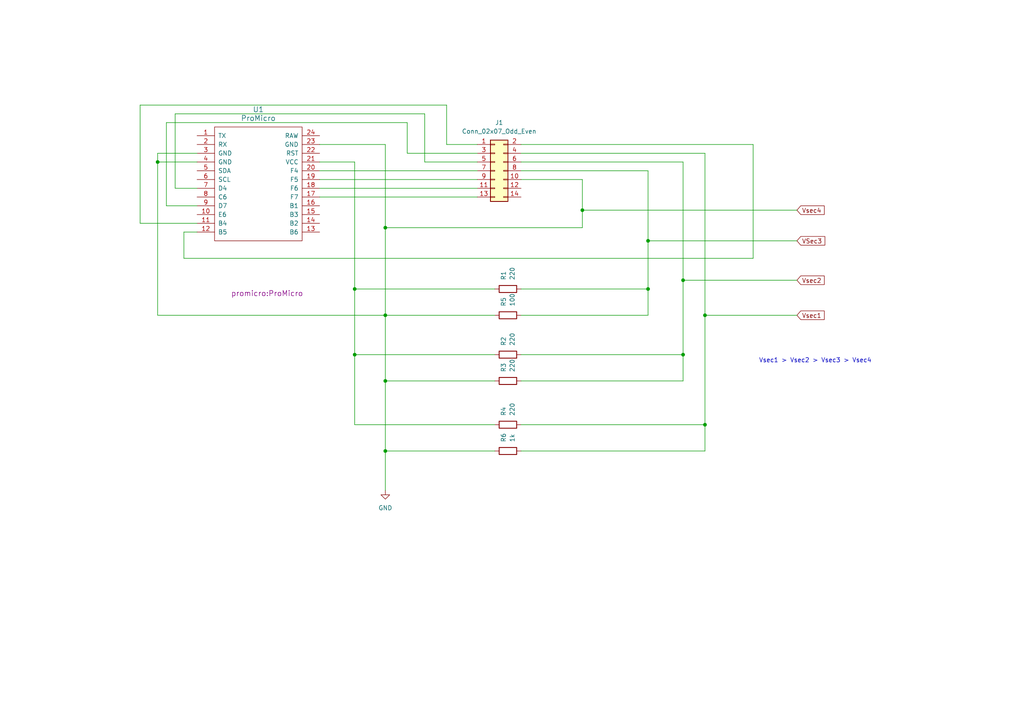
<source format=kicad_sch>
(kicad_sch (version 20231120) (generator "eeschema") (generator_version "8.0")
  (paper "A4")
  (lib_symbols
    (symbol "Connector_Generic:Conn_02x07_Odd_Even" (pin_names (offset 1.016) hide)
      (property "Reference" "J" (at 1.27 10.16 0))
      (property "Value" "Conn_02x07_Odd_Even" (at 1.27 -10.16 0))
      (symbol "Conn_02x07_Odd_Even_1_1"
        (rectangle (start -1.27 -7.493) (end 0 -7.747) (stroke (width 0.1524)))
        (rectangle (start -1.27 -4.953) (end 0 -5.207) (stroke (width 0.1524)))
        (rectangle (start -1.27 -2.413) (end 0 -2.667) (stroke (width 0.1524)))
        (rectangle (start -1.27 0.127) (end 0 -0.127) (stroke (width 0.1524)))
        (rectangle (start -1.27 2.667) (end 0 2.413) (stroke (width 0.1524)))
        (rectangle (start -1.27 5.207) (end 0 4.953) (stroke (width 0.1524)))
        (rectangle (start -1.27 7.747) (end 0 7.493) (stroke (width 0.1524)))
        (rectangle (start -1.27 8.89) (end 3.81 -8.89) (stroke (width 0.254)) (fill (type background)))
        (rectangle (start 3.81 -7.493) (end 2.54 -7.747) (stroke (width 0.1524)))
        (rectangle (start 3.81 -4.953) (end 2.54 -5.207) (stroke (width 0.1524)))
        (rectangle (start 3.81 -2.413) (end 2.54 -2.667) (stroke (width 0.1524)))
        (rectangle (start 3.81 0.127) (end 2.54 -0.127) (stroke (width 0.1524)))
        (rectangle (start 3.81 2.667) (end 2.54 2.413) (stroke (width 0.1524)))
        (rectangle (start 3.81 5.207) (end 2.54 4.953) (stroke (width 0.1524)))
        (rectangle (start 3.81 7.747) (end 2.54 7.493) (stroke (width 0.1524)))
        (pin passive line (at -5.08 7.62 0) (length 3.81) (name "Pin_1") (number "1"))
        (pin passive line (at 7.62 -2.54 180) (length 3.81) (name "Pin_10") (number "10"))
        (pin passive line (at -5.08 -5.08 0) (length 3.81) (name "Pin_11") (number "11"))
        (pin passive line (at 7.62 -5.08 180) (length 3.81) (name "Pin_12") (number "12"))
        (pin passive line (at -5.08 -7.62 0) (length 3.81) (name "Pin_13") (number "13"))
        (pin passive line (at 7.62 -7.62 180) (length 3.81) (name "Pin_14") (number "14"))
        (pin passive line (at 7.62 7.62 180) (length 3.81) (name "Pin_2") (number "2"))
        (pin passive line (at -5.08 5.08 0) (length 3.81) (name "Pin_3") (number "3"))
        (pin passive line (at 7.62 5.08 180) (length 3.81) (name "Pin_4") (number "4"))
        (pin passive line (at -5.08 2.54 0) (length 3.81) (name "Pin_5") (number "5"))
        (pin passive line (at 7.62 2.54 180) (length 3.81) (name "Pin_6") (number "6"))
        (pin passive line (at -5.08 0 0) (length 3.81) (name "Pin_7") (number "7"))
        (pin passive line (at 7.62 0 180) (length 3.81) (name "Pin_8") (number "8"))
        (pin passive line (at -5.08 -2.54 0) (length 3.81) (name "Pin_9") (number "9"))
      )
    )
    (symbol "Device:R" (pin_numbers hide) (pin_names (offset 0))
      (property "Reference" "R" (at 2.032 0 90))
      (property "Value" "R" (at 0 0 90))
      (symbol "R_0_1"
        (rectangle (start -1.016 -2.54) (end 1.016 2.54) (stroke (width 0.254)))
      )
      (symbol "R_1_1"
        (pin passive line (at 0 3.81 270) (length 1.27) (name "~") (number "1"))
        (pin passive line (at 0 -3.81 90) (length 1.27) (name "~") (number "2"))
      )
    )
    (symbol "power:GND" (power) (pin_numbers hide) (pin_names (offset 0) hide)
      (property "Value" "GND" (at 0 -3.81 0))
      (symbol "GND_0_1"
        (polyline (pts (xy 0 0) (xy 0 -1.27) (xy 1.27 -1.27) (xy 0 -2.54) (xy -1.27 -1.27) (xy 0 -1.27)))
      )
      (symbol "GND_1_1"
        (pin power_in line (at 0 0 270) (length 0) (name "~") (number "1"))
      )
    )
    (symbol "promicro:ProMicro" (pin_names (offset 1.016))
      (property "Reference" "U" (at 0 24.13 0))
      (property "Value" "ProMicro" (at 0 -13.97 0))
      (symbol "ProMicro_0_1"
        (rectangle (start -12.7 21.59) (end 12.7 -11.43))
      )
      (symbol "ProMicro_1_1"
        (pin bidirectional line (at -17.78 19.05 0) (length 5.08) (name "TX") (number "1"))
        (pin bidirectional line (at -17.78 -3.81 0) (length 5.08) (name "E6") (number "10"))
        (pin bidirectional line (at -17.78 -6.35 0) (length 5.08) (name "B4") (number "11"))
        (pin bidirectional line (at -17.78 -8.89 0) (length 5.08) (name "B5") (number "12"))
        (pin bidirectional line (at 17.78 -8.89 180) (length 5.08) (name "B6") (number "13"))
        (pin bidirectional line (at 17.78 -6.35 180) (length 5.08) (name "B2") (number "14"))
        (pin bidirectional line (at 17.78 -3.81 180) (length 5.08) (name "B3") (number "15"))
        (pin bidirectional line (at 17.78 -1.27 180) (length 5.08) (name "B1") (number "16"))
        (pin bidirectional line (at 17.78 1.27 180) (length 5.08) (name "F7") (number "17"))
        (pin bidirectional line (at 17.78 3.81 180) (length 5.08) (name "F6") (number "18"))
        (pin bidirectional line (at 17.78 6.35 180) (length 5.08) (name "F5") (number "19"))
        (pin bidirectional line (at -17.78 16.51 0) (length 5.08) (name "RX") (number "2"))
        (pin bidirectional line (at 17.78 8.89 180) (length 5.08) (name "F4") (number "20"))
        (pin power_in line (at 17.78 11.43 180) (length 5.08) (name "VCC") (number "21"))
        (pin input line (at 17.78 13.97 180) (length 5.08) (name "RST") (number "22"))
        (pin power_in line (at 17.78 16.51 180) (length 5.08) (name "GND") (number "23"))
        (pin power_out line (at 17.78 19.05 180) (length 5.08) (name "RAW") (number "24"))
        (pin power_in line (at -17.78 13.97 0) (length 5.08) (name "GND") (number "3"))
        (pin power_in line (at -17.78 11.43 0) (length 5.08) (name "GND") (number "4"))
        (pin bidirectional line (at -17.78 8.89 0) (length 5.08) (name "SDA") (number "5"))
        (pin bidirectional line (at -17.78 6.35 0) (length 5.08) (name "SCL") (number "6"))
        (pin bidirectional line (at -17.78 3.81 0) (length 5.08) (name "D4") (number "7"))
        (pin bidirectional line (at -17.78 1.27 0) (length 5.08) (name "C6") (number "8"))
        (pin bidirectional line (at -17.78 -1.27 0) (length 5.08) (name "D7") (number "9"))
      )
    )
  )
  (junction (at 111.76 66.04))
  (junction (at 187.96 83.82))
  (junction (at 198.12 81.28))
  (junction (at 102.87 83.82))
  (junction (at 168.91 60.96))
  (junction (at 187.96 69.85))
  (junction (at 204.47 91.44))
  (junction (at 45.72 46.99))
  (junction (at 111.76 91.44))
  (junction (at 204.47 123.19))
  (junction (at 111.76 130.81))
  (junction (at 111.76 110.49))
  (junction (at 102.87 102.87))
  (junction (at 198.12 102.87))
  (wire (pts (xy 92.71 57.15) (xy 138.43 57.15)))
  (wire (pts (xy 151.13 102.87) (xy 198.12 102.87)))
  (wire (pts (xy 102.87 123.19) (xy 143.51 123.19)))
  (wire (pts (xy 45.72 44.45) (xy 45.72 46.99)))
  (wire (pts (xy 204.47 130.81) (xy 204.47 123.19)))
  (wire (pts (xy 198.12 46.99) (xy 198.12 81.28)))
  (wire (pts (xy 204.47 44.45) (xy 151.13 44.45)))
  (wire (pts (xy 50.8 54.61) (xy 50.8 33.02)))
  (wire (pts (xy 57.15 44.45) (xy 45.72 44.45)))
  (wire (pts (xy 57.15 67.31) (xy 53.34 67.31)))
  (wire (pts (xy 187.96 83.82) (xy 187.96 91.44)))
  (wire (pts (xy 111.76 91.44) (xy 143.51 91.44)))
  (wire (pts (xy 218.44 41.91) (xy 218.44 74.93)))
  (wire (pts (xy 198.12 46.99) (xy 151.13 46.99)))
  (wire (pts (xy 151.13 91.44) (xy 187.96 91.44)))
  (wire (pts (xy 111.76 130.81) (xy 111.76 142.24)))
  (wire (pts (xy 102.87 83.82) (xy 102.87 102.87)))
  (wire (pts (xy 45.72 91.44) (xy 111.76 91.44)))
  (wire (pts (xy 48.26 59.69) (xy 48.26 35.56)))
  (wire (pts (xy 187.96 69.85) (xy 187.96 83.82)))
  (wire (pts (xy 151.13 52.07) (xy 168.91 52.07)))
  (wire (pts (xy 118.11 35.56) (xy 118.11 44.45)))
  (wire (pts (xy 92.71 41.91) (xy 111.76 41.91)))
  (wire (pts (xy 129.54 41.91) (xy 138.43 41.91)))
  (wire (pts (xy 187.96 49.53) (xy 187.96 69.85)))
  (wire (pts (xy 231.14 60.96) (xy 168.91 60.96)))
  (wire (pts (xy 57.15 46.99) (xy 45.72 46.99)))
  (wire (pts (xy 151.13 83.82) (xy 187.96 83.82)))
  (wire (pts (xy 57.15 64.77) (xy 40.64 64.77)))
  (wire (pts (xy 57.15 59.69) (xy 48.26 59.69)))
  (wire (pts (xy 204.47 91.44) (xy 204.47 44.45)))
  (wire (pts (xy 231.14 81.28) (xy 198.12 81.28)))
  (wire (pts (xy 102.87 83.82) (xy 143.51 83.82)))
  (wire (pts (xy 151.13 110.49) (xy 198.12 110.49)))
  (wire (pts (xy 53.34 74.93) (xy 218.44 74.93)))
  (wire (pts (xy 198.12 81.28) (xy 198.12 102.87)))
  (wire (pts (xy 204.47 123.19) (xy 204.47 91.44)))
  (wire (pts (xy 151.13 49.53) (xy 187.96 49.53)))
  (wire (pts (xy 129.54 30.48) (xy 129.54 41.91)))
  (wire (pts (xy 57.15 54.61) (xy 50.8 54.61)))
  (wire (pts (xy 45.72 46.99) (xy 45.72 91.44)))
  (wire (pts (xy 111.76 110.49) (xy 111.76 130.81)))
  (wire (pts (xy 143.51 110.49) (xy 111.76 110.49)))
  (wire (pts (xy 231.14 69.85) (xy 187.96 69.85)))
  (wire (pts (xy 92.71 49.53) (xy 138.43 49.53)))
  (wire (pts (xy 123.19 33.02) (xy 123.19 46.99)))
  (wire (pts (xy 168.91 52.07) (xy 168.91 60.96)))
  (wire (pts (xy 111.76 66.04) (xy 168.91 66.04)))
  (wire (pts (xy 151.13 130.81) (xy 204.47 130.81)))
  (wire (pts (xy 102.87 46.99) (xy 92.71 46.99)))
  (wire (pts (xy 102.87 102.87) (xy 143.51 102.87)))
  (wire (pts (xy 111.76 66.04) (xy 111.76 91.44)))
  (wire (pts (xy 118.11 44.45) (xy 138.43 44.45)))
  (wire (pts (xy 111.76 41.91) (xy 111.76 66.04)))
  (wire (pts (xy 53.34 67.31) (xy 53.34 74.93)))
  (wire (pts (xy 50.8 33.02) (xy 123.19 33.02)))
  (wire (pts (xy 102.87 102.87) (xy 102.87 123.19)))
  (wire (pts (xy 151.13 123.19) (xy 204.47 123.19)))
  (wire (pts (xy 40.64 30.48) (xy 129.54 30.48)))
  (wire (pts (xy 111.76 91.44) (xy 111.76 110.49)))
  (wire (pts (xy 92.71 52.07) (xy 138.43 52.07)))
  (wire (pts (xy 168.91 60.96) (xy 168.91 66.04)))
  (wire (pts (xy 231.14 91.44) (xy 204.47 91.44)))
  (wire (pts (xy 48.26 35.56) (xy 118.11 35.56)))
  (wire (pts (xy 102.87 46.99) (xy 102.87 83.82)))
  (wire (pts (xy 198.12 102.87) (xy 198.12 110.49)))
  (wire (pts (xy 123.19 46.99) (xy 138.43 46.99)))
  (wire (pts (xy 92.71 54.61) (xy 138.43 54.61)))
  (wire (pts (xy 111.76 130.81) (xy 143.51 130.81)))
  (wire (pts (xy 151.13 41.91) (xy 218.44 41.91)))
  (wire (pts (xy 40.64 64.77) (xy 40.64 30.48)))
  (text "Vsec1 > Vsec2 > Vsec3 > Vsec4" (at 236.474 104.648 0) (effects (font (size 1.27 1.27))))
  (global_label "Vsec1" (shape input) (at 231.14 91.44 0) (property "Intersheetrefs" "${INTERSHEET_REFS}" (effects (hide yes))))
  (global_label "Vsec4" (shape input) (at 231.14 60.96 0) (property "Intersheetrefs" "${INTERSHEET_REFS}" (effects (hide yes))))
  (global_label "Vsec2" (shape input) (at 231.14 81.28 0) (property "Intersheetrefs" "${INTERSHEET_REFS}" (effects (hide yes))))
  (global_label "VSec3" (shape input) (at 231.14 69.85 0) (property "Intersheetrefs" "${INTERSHEET_REFS}" (effects (hide yes))))
  (symbol (lib_id "Device:R") (at 147.32 130.81 90) (unit 1)
    (property "Reference" "R6" (at 146.0499 128.27 0) (effects (justify left)))
    (property "Value" "1k" (at 148.5899 128.27 0) (effects (justify left)))
    (property "Footprint" "Resistor_THT:R_Axial_DIN0204_L3.6mm_D1.6mm_P7.62mm_Horizontal" (effects (hide yes)))
    (property "Description" "Resistor" (effects (hide yes)))
  )
  (symbol (lib_id "promicro:ProMicro") (at 74.93 58.42 0) (unit 1)
    (property "Reference" "U1" (at 74.93 31.75 0) (effects (font (size 1.524 1.524))))
    (property "Value" "ProMicro" (at 74.93 34.29 0) (effects (font (size 1.524 1.524))))
    (property "Footprint" "promicro:ProMicro" (at 77.47 85.09 0) (effects (font (size 1.524 1.524))))
  )
  (symbol (lib_id "power:GND") (at 111.76 142.24 0) (unit 1)
    (property "Reference" "#PWR01" (effects (hide yes)))
    (property "Value" "GND" (at 111.76 147.32 0))
    (property "Description" "Power symbol creates a global label with name \"GND\" , ground" (effects (hide yes)))
  )
  (symbol (lib_id "Device:R") (at 147.32 91.44 90) (unit 1)
    (property "Reference" "R5" (at 146.0499 88.9 0) (effects (justify left)))
    (property "Value" "100" (at 148.5899 88.9 0) (effects (justify left)))
    (property "Footprint" "Resistor_THT:R_Axial_DIN0204_L3.6mm_D1.6mm_P7.62mm_Horizontal" (effects (hide yes)))
    (property "Description" "Resistor" (effects (hide yes)))
  )
  (symbol (lib_id "Device:R") (at 147.32 123.19 90) (unit 1)
    (property "Reference" "R4" (at 146.0499 120.65 0) (effects (justify left)))
    (property "Value" "220" (at 148.5899 120.65 0) (effects (justify left)))
    (property "Footprint" "Resistor_THT:R_Axial_DIN0204_L3.6mm_D1.6mm_P7.62mm_Horizontal" (effects (hide yes)))
    (property "Description" "Resistor" (effects (hide yes)))
  )
  (symbol (lib_id "Connector_Generic:Conn_02x07_Odd_Even") (at 143.51 49.53 0) (unit 1)
    (property "Reference" "J1" (at 144.78 35.56 0))
    (property "Value" "Conn_02x07_Odd_Even" (at 144.78 38.1 0))
    (property "Footprint" "Connector_IDC:IDC-Header_2x07_P2.54mm_Vertical" (effects (hide yes)))
    (property "Description" "Generic connector, double row, 02x07, odd/even pin numbering scheme (row 1 odd numbers, row 2 even numbers), script generated (kicad-library-utils/schlib/autogen/connector/)" (effects (hide yes)))
  )
  (symbol (lib_id "Device:R") (at 147.32 110.49 90) (unit 1)
    (property "Reference" "R3" (at 146.0499 107.95 0) (effects (justify left)))
    (property "Value" "220" (at 148.5899 107.95 0) (effects (justify left)))
    (property "Footprint" "Resistor_THT:R_Axial_DIN0204_L3.6mm_D1.6mm_P7.62mm_Horizontal" (effects (hide yes)))
    (property "Description" "Resistor" (effects (hide yes)))
  )
  (symbol (lib_id "Device:R") (at 147.32 83.82 90) (unit 1)
    (property "Reference" "R1" (at 146.0499 81.28 0) (effects (justify left)))
    (property "Value" "220" (at 148.5899 81.28 0) (effects (justify left)))
    (property "Footprint" "Resistor_THT:R_Axial_DIN0204_L3.6mm_D1.6mm_P7.62mm_Horizontal" (effects (hide yes)))
    (property "Description" "Resistor" (effects (hide yes)))
  )
  (symbol (lib_id "Device:R") (at 147.32 102.87 90) (unit 1)
    (property "Reference" "R2" (at 146.0499 100.33 0) (effects (justify left)))
    (property "Value" "220" (at 148.5899 100.33 0) (effects (justify left)))
    (property "Footprint" "Resistor_THT:R_Axial_DIN0204_L3.6mm_D1.6mm_P7.62mm_Horizontal" (effects (hide yes)))
    (property "Description" "Resistor" (effects (hide yes)))
  )
)
</source>
